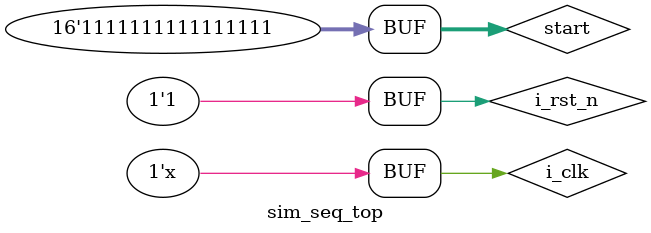
<source format=v>
`timescale 1ns / 1ps


module sim_seq_top( );
    reg         i_clk;
    reg         i_rst_n;
    wire [15:0]  i_pc;
    reg  [15:0]  start;
    initial begin
        i_clk <= 1'b0;
        i_rst_n <= 1'b0;
        start <= 16'h0000;
        #300
        i_rst_n <= 1'b1;
        #50
        start <= 16'hffff;
    end
    always #10 i_clk <= ~i_clk;
    
    seq_top udeq_top(
        .i_clk          (i_clk          ),
        .i_rst_n        (i_rst_n        ),
        .src_pc         (16'h0000       ),
        .start          (start           )
    );
endmodule

</source>
